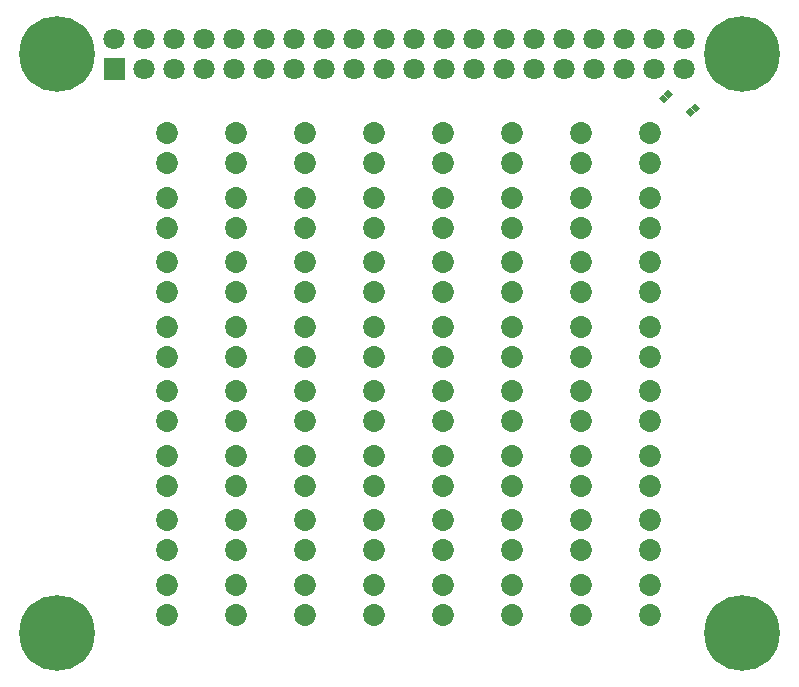
<source format=gts>
G04 Layer: TopSolderMaskLayer*
G04 EasyEDA v6.4.17, 2021-03-31T14:38:32+03:00*
G04 f909ed13756343b98f462e3577095ce5,760a9ddc15c74e7bbd11e1bda961fd7a,10*
G04 Gerber Generator version 0.2*
G04 Scale: 100 percent, Rotated: No, Reflected: No *
G04 Dimensions in inches *
G04 leading zeros omitted , absolute positions ,3 integer and 6 decimal *
%FSLAX36Y36*%
%MOIN*%

%ADD20C,0.2521*%
%ADD22C,0.0710*%
%ADD23C,0.0730*%

%LPD*%
D20*
G01*
X884690Y236500D03*
G01*
X3168540Y236460D03*
G01*
X884690Y2165630D03*
G01*
X3168149Y2165630D03*
G36*
X1040900Y2080100D02*
G01*
X1040900Y2151100D01*
X1111899Y2151100D01*
X1111899Y2080100D01*
G37*
D22*
G01*
X1076419Y2215630D03*
G01*
X1176419Y2115630D03*
G01*
X1176419Y2215630D03*
G01*
X1276419Y2115630D03*
G01*
X1276419Y2215630D03*
G01*
X1376419Y2115630D03*
G01*
X1376419Y2215630D03*
G01*
X1476419Y2115630D03*
G01*
X1476419Y2215630D03*
G01*
X1576419Y2115630D03*
G01*
X1576419Y2215630D03*
G01*
X1676419Y2115630D03*
G01*
X1676419Y2215630D03*
G01*
X1776419Y2115630D03*
G01*
X1776419Y2215630D03*
G01*
X1876419Y2115630D03*
G01*
X1876419Y2215630D03*
G01*
X1976419Y2115630D03*
G01*
X1976419Y2215630D03*
G01*
X2076419Y2115630D03*
G01*
X2076419Y2215630D03*
G01*
X2176419Y2115630D03*
G01*
X2176419Y2215630D03*
G01*
X2276419Y2115630D03*
G01*
X2276419Y2215630D03*
G01*
X2376419Y2115630D03*
G01*
X2376419Y2215630D03*
G01*
X2476419Y2115630D03*
G01*
X2476419Y2215630D03*
G01*
X2576419Y2115630D03*
G01*
X2576419Y2215630D03*
G01*
X2676419Y2115630D03*
G01*
X2676419Y2215630D03*
G01*
X2776419Y2115630D03*
G01*
X2776419Y2215630D03*
G01*
X2876419Y2115630D03*
G01*
X2876419Y2215630D03*
G01*
X2976419Y2115630D03*
G01*
X2976419Y2215630D03*
D23*
G01*
X1253540Y396460D03*
G01*
X1253540Y296460D03*
G01*
X1253540Y611460D03*
G01*
X1253540Y511460D03*
G01*
X1253540Y826460D03*
G01*
X1253540Y726460D03*
G01*
X1253540Y1041460D03*
G01*
X1253540Y941460D03*
G01*
X1253540Y1901460D03*
G01*
X1253540Y1801460D03*
G01*
X1253540Y1686460D03*
G01*
X1253540Y1586460D03*
G01*
X1253540Y1471460D03*
G01*
X1253540Y1371460D03*
G01*
X1253540Y1256460D03*
G01*
X1253540Y1156460D03*
G01*
X1483540Y1256460D03*
G01*
X1483540Y1156460D03*
G01*
X1483540Y1471460D03*
G01*
X1483540Y1371460D03*
G01*
X1483540Y1686460D03*
G01*
X1483540Y1586460D03*
G01*
X1483540Y1901460D03*
G01*
X1483540Y1801460D03*
G01*
X1483540Y1041460D03*
G01*
X1483540Y941460D03*
G01*
X1483540Y826460D03*
G01*
X1483540Y726460D03*
G01*
X1483540Y611460D03*
G01*
X1483540Y511460D03*
G01*
X1483540Y396460D03*
G01*
X1483540Y296460D03*
G01*
X1713540Y1256460D03*
G01*
X1713540Y1156460D03*
G01*
X1713540Y1471460D03*
G01*
X1713540Y1371460D03*
G01*
X1713540Y1686460D03*
G01*
X1713540Y1586460D03*
G01*
X1713540Y1901460D03*
G01*
X1713540Y1801460D03*
G01*
X1713540Y1041460D03*
G01*
X1713540Y941460D03*
G01*
X1713540Y826460D03*
G01*
X1713540Y726460D03*
G01*
X1713540Y611460D03*
G01*
X1713540Y511460D03*
G01*
X1713540Y396460D03*
G01*
X1713540Y296460D03*
G01*
X2403540Y396460D03*
G01*
X2403540Y296460D03*
G01*
X2403540Y611460D03*
G01*
X2403540Y511460D03*
G01*
X2403540Y826460D03*
G01*
X2403540Y726460D03*
G01*
X2403540Y1041460D03*
G01*
X2403540Y941460D03*
G01*
X2403540Y1901460D03*
G01*
X2403540Y1801460D03*
G01*
X2403540Y1686460D03*
G01*
X2403540Y1586460D03*
G01*
X2403540Y1471460D03*
G01*
X2403540Y1371460D03*
G01*
X2403540Y1256460D03*
G01*
X2403540Y1156460D03*
G01*
X2173540Y396460D03*
G01*
X2173540Y296460D03*
G01*
X2173540Y611460D03*
G01*
X2173540Y511460D03*
G01*
X2173540Y826460D03*
G01*
X2173540Y726460D03*
G01*
X2173540Y1041460D03*
G01*
X2173540Y941460D03*
G01*
X2173540Y1901460D03*
G01*
X2173540Y1801460D03*
G01*
X2173540Y1686460D03*
G01*
X2173540Y1586460D03*
G01*
X2173540Y1471460D03*
G01*
X2173540Y1371460D03*
G01*
X2173540Y1256460D03*
G01*
X2173540Y1156460D03*
G01*
X1943540Y1256460D03*
G01*
X1943540Y1156460D03*
G01*
X1943540Y1471460D03*
G01*
X1943540Y1371460D03*
G01*
X1943540Y1686460D03*
G01*
X1943540Y1586460D03*
G01*
X1943540Y1901460D03*
G01*
X1943540Y1801460D03*
G01*
X1943540Y1041460D03*
G01*
X1943540Y941460D03*
G01*
X1943540Y826460D03*
G01*
X1943540Y726460D03*
G01*
X1943540Y611460D03*
G01*
X1943540Y511460D03*
G01*
X1943540Y396460D03*
G01*
X1943540Y296460D03*
G01*
X2633540Y1256460D03*
G01*
X2633540Y1156460D03*
G01*
X2633540Y1471460D03*
G01*
X2633540Y1371460D03*
G01*
X2633540Y1686460D03*
G01*
X2633540Y1586460D03*
G01*
X2633540Y1901460D03*
G01*
X2633540Y1801460D03*
G01*
X2633540Y1041460D03*
G01*
X2633540Y941460D03*
G01*
X2633540Y826460D03*
G01*
X2633540Y726460D03*
G01*
X2633540Y611460D03*
G01*
X2633540Y511460D03*
G01*
X2633540Y396460D03*
G01*
X2633540Y296460D03*
G01*
X2863540Y1256460D03*
G01*
X2863540Y1156460D03*
G01*
X2863540Y1471460D03*
G01*
X2863540Y1371460D03*
G01*
X2863540Y1686460D03*
G01*
X2863540Y1586460D03*
G01*
X2863540Y1901460D03*
G01*
X2863540Y1801460D03*
G01*
X2863540Y1041460D03*
G01*
X2863540Y941460D03*
G01*
X2863540Y826460D03*
G01*
X2863540Y726460D03*
G01*
X2863540Y611460D03*
G01*
X2863540Y511460D03*
G01*
X2863540Y396460D03*
G01*
X2863540Y296460D03*
G36*
X3013999Y1972300D02*
G01*
X2997299Y1989000D01*
X3011300Y2003099D01*
X3028100Y1986300D01*
G37*
G36*
X2998699Y1956900D02*
G01*
X2981899Y1973699D01*
X2996000Y1987699D01*
X3012700Y1970999D01*
G37*
G36*
X2923999Y2017300D02*
G01*
X2907299Y2034000D01*
X2921300Y2048099D01*
X2938100Y2031300D01*
G37*
G36*
X2908699Y2001900D02*
G01*
X2891899Y2018699D01*
X2906000Y2032699D01*
X2922700Y2015999D01*
G37*
M02*

</source>
